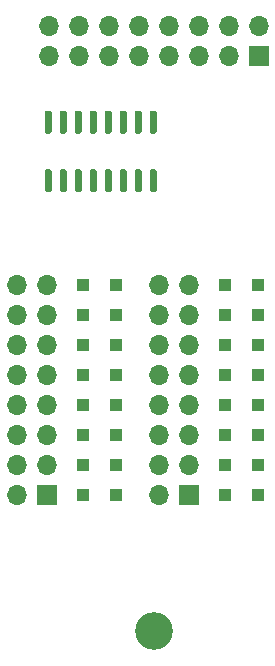
<source format=gts>
%TF.GenerationSoftware,KiCad,Pcbnew,(5.1.9)-1*%
%TF.CreationDate,2021-08-11T21:42:47+01:00*%
%TF.ProjectId,Keymatrix,4b65796d-6174-4726-9978-2e6b69636164,rev?*%
%TF.SameCoordinates,Original*%
%TF.FileFunction,Soldermask,Top*%
%TF.FilePolarity,Negative*%
%FSLAX46Y46*%
G04 Gerber Fmt 4.6, Leading zero omitted, Abs format (unit mm)*
G04 Created by KiCad (PCBNEW (5.1.9)-1) date 2021-08-11 21:42:47*
%MOMM*%
%LPD*%
G01*
G04 APERTURE LIST*
%ADD10O,1.700000X1.700000*%
%ADD11R,1.700000X1.700000*%
%ADD12R,1.100000X1.100000*%
%ADD13C,3.200000*%
G04 APERTURE END LIST*
D10*
%TO.C,J1*%
X22890000Y-45720000D03*
X25430000Y-45720000D03*
X22890000Y-48260000D03*
X25430000Y-48260000D03*
X22890000Y-50800000D03*
X25430000Y-50800000D03*
X22890000Y-53340000D03*
X25430000Y-53340000D03*
X22890000Y-55880000D03*
X25430000Y-55880000D03*
X22890000Y-58420000D03*
X25430000Y-58420000D03*
X22890000Y-60960000D03*
X25430000Y-60960000D03*
X22890000Y-63500000D03*
D11*
X25430000Y-63500000D03*
%TD*%
D12*
%TO.C,D16*%
X40540000Y-63500000D03*
X43340000Y-63500000D03*
%TD*%
%TO.C,D15*%
X28475000Y-63500000D03*
X31275000Y-63500000D03*
%TD*%
%TO.C,D14*%
X40540000Y-60960000D03*
X43340000Y-60960000D03*
%TD*%
%TO.C,D13*%
X28475000Y-60960000D03*
X31275000Y-60960000D03*
%TD*%
%TO.C,D12*%
X40540000Y-58420000D03*
X43340000Y-58420000D03*
%TD*%
%TO.C,D11*%
X28475000Y-58420000D03*
X31275000Y-58420000D03*
%TD*%
%TO.C,D10*%
X40540000Y-55880000D03*
X43340000Y-55880000D03*
%TD*%
%TO.C,D9*%
X28475000Y-55880000D03*
X31275000Y-55880000D03*
%TD*%
%TO.C,D8*%
X40540000Y-53340000D03*
X43340000Y-53340000D03*
%TD*%
%TO.C,D7*%
X28475000Y-53340000D03*
X31275000Y-53340000D03*
%TD*%
%TO.C,D6*%
X40540000Y-50800000D03*
X43340000Y-50800000D03*
%TD*%
%TO.C,D5*%
X28475000Y-50800000D03*
X31275000Y-50800000D03*
%TD*%
%TO.C,D4*%
X40540000Y-48260000D03*
X43340000Y-48260000D03*
%TD*%
%TO.C,D3*%
X28475000Y-48260000D03*
X31275000Y-48260000D03*
%TD*%
%TO.C,D2*%
X40540000Y-45720000D03*
X43340000Y-45720000D03*
%TD*%
%TO.C,D1*%
X28475000Y-45720000D03*
X31275000Y-45720000D03*
%TD*%
D10*
%TO.C,J2*%
X34955000Y-45720000D03*
X37495000Y-45720000D03*
X34955000Y-48260000D03*
X37495000Y-48260000D03*
X34955000Y-50800000D03*
X37495000Y-50800000D03*
X34955000Y-53340000D03*
X37495000Y-53340000D03*
X34955000Y-55880000D03*
X37495000Y-55880000D03*
X34955000Y-58420000D03*
X37495000Y-58420000D03*
X34955000Y-60960000D03*
X37495000Y-60960000D03*
X34955000Y-63500000D03*
D11*
X37495000Y-63500000D03*
%TD*%
D13*
%TO.C,REF\u002A\u002A*%
X34500000Y-75000000D03*
%TD*%
%TO.C,U1*%
G36*
G01*
X25705000Y-37825000D02*
X25405000Y-37825000D01*
G75*
G02*
X25255000Y-37675000I0J150000D01*
G01*
X25255000Y-36025000D01*
G75*
G02*
X25405000Y-35875000I150000J0D01*
G01*
X25705000Y-35875000D01*
G75*
G02*
X25855000Y-36025000I0J-150000D01*
G01*
X25855000Y-37675000D01*
G75*
G02*
X25705000Y-37825000I-150000J0D01*
G01*
G37*
G36*
G01*
X26975000Y-37825000D02*
X26675000Y-37825000D01*
G75*
G02*
X26525000Y-37675000I0J150000D01*
G01*
X26525000Y-36025000D01*
G75*
G02*
X26675000Y-35875000I150000J0D01*
G01*
X26975000Y-35875000D01*
G75*
G02*
X27125000Y-36025000I0J-150000D01*
G01*
X27125000Y-37675000D01*
G75*
G02*
X26975000Y-37825000I-150000J0D01*
G01*
G37*
G36*
G01*
X28245000Y-37825000D02*
X27945000Y-37825000D01*
G75*
G02*
X27795000Y-37675000I0J150000D01*
G01*
X27795000Y-36025000D01*
G75*
G02*
X27945000Y-35875000I150000J0D01*
G01*
X28245000Y-35875000D01*
G75*
G02*
X28395000Y-36025000I0J-150000D01*
G01*
X28395000Y-37675000D01*
G75*
G02*
X28245000Y-37825000I-150000J0D01*
G01*
G37*
G36*
G01*
X29515000Y-37825000D02*
X29215000Y-37825000D01*
G75*
G02*
X29065000Y-37675000I0J150000D01*
G01*
X29065000Y-36025000D01*
G75*
G02*
X29215000Y-35875000I150000J0D01*
G01*
X29515000Y-35875000D01*
G75*
G02*
X29665000Y-36025000I0J-150000D01*
G01*
X29665000Y-37675000D01*
G75*
G02*
X29515000Y-37825000I-150000J0D01*
G01*
G37*
G36*
G01*
X30785000Y-37825000D02*
X30485000Y-37825000D01*
G75*
G02*
X30335000Y-37675000I0J150000D01*
G01*
X30335000Y-36025000D01*
G75*
G02*
X30485000Y-35875000I150000J0D01*
G01*
X30785000Y-35875000D01*
G75*
G02*
X30935000Y-36025000I0J-150000D01*
G01*
X30935000Y-37675000D01*
G75*
G02*
X30785000Y-37825000I-150000J0D01*
G01*
G37*
G36*
G01*
X32055000Y-37825000D02*
X31755000Y-37825000D01*
G75*
G02*
X31605000Y-37675000I0J150000D01*
G01*
X31605000Y-36025000D01*
G75*
G02*
X31755000Y-35875000I150000J0D01*
G01*
X32055000Y-35875000D01*
G75*
G02*
X32205000Y-36025000I0J-150000D01*
G01*
X32205000Y-37675000D01*
G75*
G02*
X32055000Y-37825000I-150000J0D01*
G01*
G37*
G36*
G01*
X33325000Y-37825000D02*
X33025000Y-37825000D01*
G75*
G02*
X32875000Y-37675000I0J150000D01*
G01*
X32875000Y-36025000D01*
G75*
G02*
X33025000Y-35875000I150000J0D01*
G01*
X33325000Y-35875000D01*
G75*
G02*
X33475000Y-36025000I0J-150000D01*
G01*
X33475000Y-37675000D01*
G75*
G02*
X33325000Y-37825000I-150000J0D01*
G01*
G37*
G36*
G01*
X34595000Y-37825000D02*
X34295000Y-37825000D01*
G75*
G02*
X34145000Y-37675000I0J150000D01*
G01*
X34145000Y-36025000D01*
G75*
G02*
X34295000Y-35875000I150000J0D01*
G01*
X34595000Y-35875000D01*
G75*
G02*
X34745000Y-36025000I0J-150000D01*
G01*
X34745000Y-37675000D01*
G75*
G02*
X34595000Y-37825000I-150000J0D01*
G01*
G37*
G36*
G01*
X34595000Y-32875000D02*
X34295000Y-32875000D01*
G75*
G02*
X34145000Y-32725000I0J150000D01*
G01*
X34145000Y-31075000D01*
G75*
G02*
X34295000Y-30925000I150000J0D01*
G01*
X34595000Y-30925000D01*
G75*
G02*
X34745000Y-31075000I0J-150000D01*
G01*
X34745000Y-32725000D01*
G75*
G02*
X34595000Y-32875000I-150000J0D01*
G01*
G37*
G36*
G01*
X33325000Y-32875000D02*
X33025000Y-32875000D01*
G75*
G02*
X32875000Y-32725000I0J150000D01*
G01*
X32875000Y-31075000D01*
G75*
G02*
X33025000Y-30925000I150000J0D01*
G01*
X33325000Y-30925000D01*
G75*
G02*
X33475000Y-31075000I0J-150000D01*
G01*
X33475000Y-32725000D01*
G75*
G02*
X33325000Y-32875000I-150000J0D01*
G01*
G37*
G36*
G01*
X32055000Y-32875000D02*
X31755000Y-32875000D01*
G75*
G02*
X31605000Y-32725000I0J150000D01*
G01*
X31605000Y-31075000D01*
G75*
G02*
X31755000Y-30925000I150000J0D01*
G01*
X32055000Y-30925000D01*
G75*
G02*
X32205000Y-31075000I0J-150000D01*
G01*
X32205000Y-32725000D01*
G75*
G02*
X32055000Y-32875000I-150000J0D01*
G01*
G37*
G36*
G01*
X30785000Y-32875000D02*
X30485000Y-32875000D01*
G75*
G02*
X30335000Y-32725000I0J150000D01*
G01*
X30335000Y-31075000D01*
G75*
G02*
X30485000Y-30925000I150000J0D01*
G01*
X30785000Y-30925000D01*
G75*
G02*
X30935000Y-31075000I0J-150000D01*
G01*
X30935000Y-32725000D01*
G75*
G02*
X30785000Y-32875000I-150000J0D01*
G01*
G37*
G36*
G01*
X29515000Y-32875000D02*
X29215000Y-32875000D01*
G75*
G02*
X29065000Y-32725000I0J150000D01*
G01*
X29065000Y-31075000D01*
G75*
G02*
X29215000Y-30925000I150000J0D01*
G01*
X29515000Y-30925000D01*
G75*
G02*
X29665000Y-31075000I0J-150000D01*
G01*
X29665000Y-32725000D01*
G75*
G02*
X29515000Y-32875000I-150000J0D01*
G01*
G37*
G36*
G01*
X28245000Y-32875000D02*
X27945000Y-32875000D01*
G75*
G02*
X27795000Y-32725000I0J150000D01*
G01*
X27795000Y-31075000D01*
G75*
G02*
X27945000Y-30925000I150000J0D01*
G01*
X28245000Y-30925000D01*
G75*
G02*
X28395000Y-31075000I0J-150000D01*
G01*
X28395000Y-32725000D01*
G75*
G02*
X28245000Y-32875000I-150000J0D01*
G01*
G37*
G36*
G01*
X26975000Y-32875000D02*
X26675000Y-32875000D01*
G75*
G02*
X26525000Y-32725000I0J150000D01*
G01*
X26525000Y-31075000D01*
G75*
G02*
X26675000Y-30925000I150000J0D01*
G01*
X26975000Y-30925000D01*
G75*
G02*
X27125000Y-31075000I0J-150000D01*
G01*
X27125000Y-32725000D01*
G75*
G02*
X26975000Y-32875000I-150000J0D01*
G01*
G37*
G36*
G01*
X25705000Y-32875000D02*
X25405000Y-32875000D01*
G75*
G02*
X25255000Y-32725000I0J150000D01*
G01*
X25255000Y-31075000D01*
G75*
G02*
X25405000Y-30925000I150000J0D01*
G01*
X25705000Y-30925000D01*
G75*
G02*
X25855000Y-31075000I0J-150000D01*
G01*
X25855000Y-32725000D01*
G75*
G02*
X25705000Y-32875000I-150000J0D01*
G01*
G37*
%TD*%
D10*
%TO.C,J3*%
X25610000Y-23730000D03*
X25610000Y-26270000D03*
X28150000Y-23730000D03*
X28150000Y-26270000D03*
X30690000Y-23730000D03*
X30690000Y-26270000D03*
X33230000Y-23730000D03*
X33230000Y-26270000D03*
X35770000Y-23730000D03*
X35770000Y-26270000D03*
X38310000Y-23730000D03*
X38310000Y-26270000D03*
X40850000Y-23730000D03*
X40850000Y-26270000D03*
X43390000Y-23730000D03*
D11*
X43390000Y-26270000D03*
%TD*%
M02*

</source>
